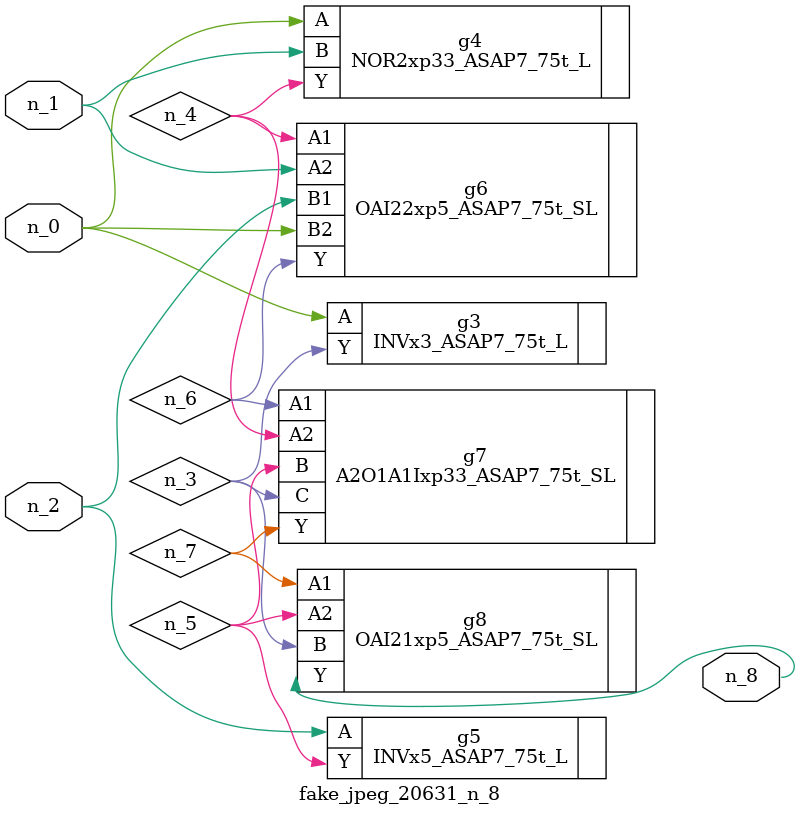
<source format=v>
module fake_jpeg_20631_n_8 (n_0, n_2, n_1, n_8);

input n_0;
input n_2;
input n_1;

output n_8;

wire n_3;
wire n_4;
wire n_6;
wire n_5;
wire n_7;

INVx3_ASAP7_75t_L g3 ( 
.A(n_0),
.Y(n_3)
);

NOR2xp33_ASAP7_75t_L g4 ( 
.A(n_0),
.B(n_1),
.Y(n_4)
);

INVx5_ASAP7_75t_L g5 ( 
.A(n_2),
.Y(n_5)
);

OAI22xp5_ASAP7_75t_SL g6 ( 
.A1(n_4),
.A2(n_1),
.B1(n_2),
.B2(n_0),
.Y(n_6)
);

A2O1A1Ixp33_ASAP7_75t_SL g7 ( 
.A1(n_6),
.A2(n_4),
.B(n_5),
.C(n_3),
.Y(n_7)
);

OAI21xp5_ASAP7_75t_SL g8 ( 
.A1(n_7),
.A2(n_5),
.B(n_3),
.Y(n_8)
);


endmodule
</source>
